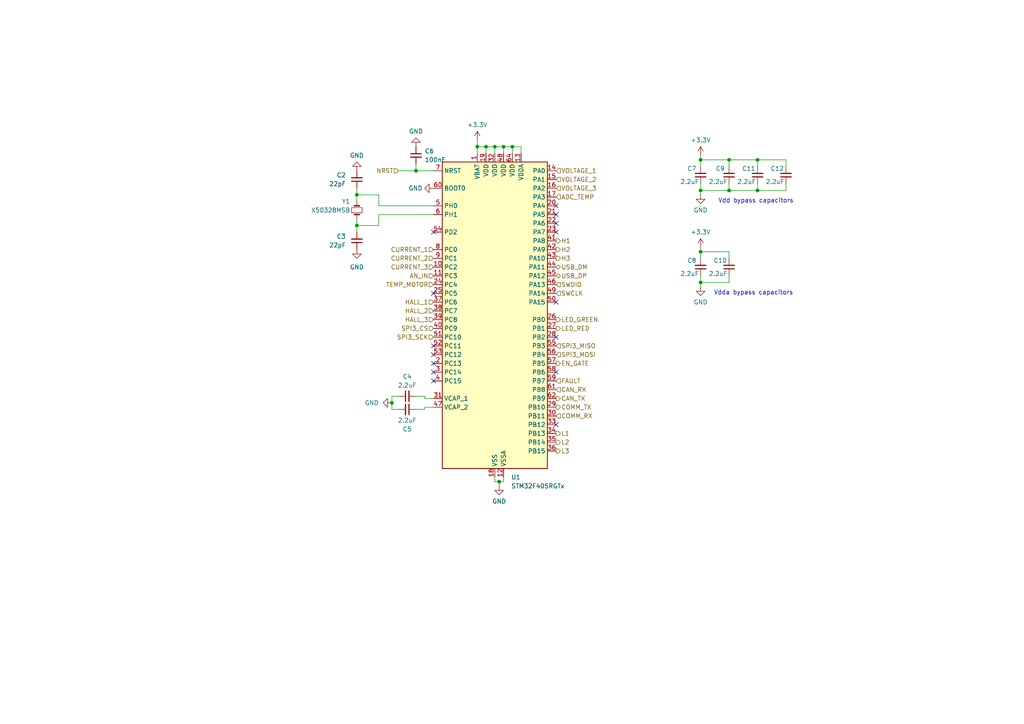
<source format=kicad_sch>
(kicad_sch (version 20230121) (generator eeschema)

  (uuid e6c6191a-a815-41ef-86b4-520a554aaadc)

  (paper "A4")

  (lib_symbols
    (symbol "CustomSymbols:X50328MSB" (pin_numbers hide) (pin_names (offset 1.016) hide) (in_bom yes) (on_board yes)
      (property "Reference" "Y" (at 0 3.81 0)
        (effects (font (size 1.27 1.27)))
      )
      (property "Value" "X50328MSB" (at 0 -2.54 0)
        (effects (font (size 1.27 1.27)))
      )
      (property "Footprint" "" (at 0 0 0)
        (effects (font (size 1.27 1.27)) hide)
      )
      (property "Datasheet" "~" (at 0 0 0)
        (effects (font (size 1.27 1.27)) hide)
      )
      (property "LCSC" "C115962" (at 0 -5.08 0)
        (effects (font (size 1.27 1.27)))
      )
      (property "ki_keywords" "quartz ceramic resonator oscillator" (at 0 0 0)
        (effects (font (size 1.27 1.27)) hide)
      )
      (property "ki_description" "Two pin crystal" (at 0 0 0)
        (effects (font (size 1.27 1.27)) hide)
      )
      (property "ki_fp_filters" "Crystal*" (at 0 0 0)
        (effects (font (size 1.27 1.27)) hide)
      )
      (symbol "X50328MSB_0_1"
        (rectangle (start -0.762 1.524) (end 0.762 -1.524)
          (stroke (width 0) (type default))
          (fill (type none))
        )
        (polyline
          (pts
            (xy -1.27 -0.762)
            (xy -1.27 0.762)
          )
          (stroke (width 0.381) (type default))
          (fill (type none))
        )
        (polyline
          (pts
            (xy 1.27 -0.762)
            (xy 1.27 0.762)
          )
          (stroke (width 0.381) (type default))
          (fill (type none))
        )
      )
      (symbol "X50328MSB_1_1"
        (pin passive line (at -2.54 0 0) (length 1.27)
          (name "1" (effects (font (size 1.27 1.27))))
          (number "1" (effects (font (size 1.27 1.27))))
        )
        (pin passive line (at 2.54 0 180) (length 1.27)
          (name "2" (effects (font (size 1.27 1.27))))
          (number "2" (effects (font (size 1.27 1.27))))
        )
      )
    )
    (symbol "Device:C_Small" (pin_numbers hide) (pin_names (offset 0.254) hide) (in_bom yes) (on_board yes)
      (property "Reference" "C" (at 0.254 1.778 0)
        (effects (font (size 1.27 1.27)) (justify left))
      )
      (property "Value" "C_Small" (at 0.254 -2.032 0)
        (effects (font (size 1.27 1.27)) (justify left))
      )
      (property "Footprint" "" (at 0 0 0)
        (effects (font (size 1.27 1.27)) hide)
      )
      (property "Datasheet" "~" (at 0 0 0)
        (effects (font (size 1.27 1.27)) hide)
      )
      (property "ki_keywords" "capacitor cap" (at 0 0 0)
        (effects (font (size 1.27 1.27)) hide)
      )
      (property "ki_description" "Unpolarized capacitor, small symbol" (at 0 0 0)
        (effects (font (size 1.27 1.27)) hide)
      )
      (property "ki_fp_filters" "C_*" (at 0 0 0)
        (effects (font (size 1.27 1.27)) hide)
      )
      (symbol "C_Small_0_1"
        (polyline
          (pts
            (xy -1.524 -0.508)
            (xy 1.524 -0.508)
          )
          (stroke (width 0.3302) (type default))
          (fill (type none))
        )
        (polyline
          (pts
            (xy -1.524 0.508)
            (xy 1.524 0.508)
          )
          (stroke (width 0.3048) (type default))
          (fill (type none))
        )
      )
      (symbol "C_Small_1_1"
        (pin passive line (at 0 2.54 270) (length 2.032)
          (name "~" (effects (font (size 1.27 1.27))))
          (number "1" (effects (font (size 1.27 1.27))))
        )
        (pin passive line (at 0 -2.54 90) (length 2.032)
          (name "~" (effects (font (size 1.27 1.27))))
          (number "2" (effects (font (size 1.27 1.27))))
        )
      )
    )
    (symbol "MCU_ST_STM32F4:STM32F405RGTx" (in_bom yes) (on_board yes)
      (property "Reference" "U" (at -15.24 46.99 0)
        (effects (font (size 1.27 1.27)) (justify left))
      )
      (property "Value" "STM32F405RGTx" (at 10.16 46.99 0)
        (effects (font (size 1.27 1.27)) (justify left))
      )
      (property "Footprint" "Package_QFP:LQFP-64_10x10mm_P0.5mm" (at -15.24 -43.18 0)
        (effects (font (size 1.27 1.27)) (justify right) hide)
      )
      (property "Datasheet" "https://www.st.com/resource/en/datasheet/stm32f405rg.pdf" (at 0 0 0)
        (effects (font (size 1.27 1.27)) hide)
      )
      (property "ki_locked" "" (at 0 0 0)
        (effects (font (size 1.27 1.27)))
      )
      (property "ki_keywords" "Arm Cortex-M4 STM32F4 STM32F405/415" (at 0 0 0)
        (effects (font (size 1.27 1.27)) hide)
      )
      (property "ki_description" "STMicroelectronics Arm Cortex-M4 MCU, 1024KB flash, 192KB RAM, 168 MHz, 1.8-3.6V, 51 GPIO, LQFP64" (at 0 0 0)
        (effects (font (size 1.27 1.27)) hide)
      )
      (property "ki_fp_filters" "LQFP*10x10mm*P0.5mm*" (at 0 0 0)
        (effects (font (size 1.27 1.27)) hide)
      )
      (symbol "STM32F405RGTx_0_1"
        (rectangle (start -15.24 -43.18) (end 15.24 45.72)
          (stroke (width 0.254) (type default))
          (fill (type background))
        )
      )
      (symbol "STM32F405RGTx_1_1"
        (pin power_in line (at -5.08 48.26 270) (length 2.54)
          (name "VBAT" (effects (font (size 1.27 1.27))))
          (number "1" (effects (font (size 1.27 1.27))))
        )
        (pin bidirectional line (at -17.78 15.24 0) (length 2.54)
          (name "PC2" (effects (font (size 1.27 1.27))))
          (number "10" (effects (font (size 1.27 1.27))))
          (alternate "ADC1_IN12" bidirectional line)
          (alternate "ADC2_IN12" bidirectional line)
          (alternate "ADC3_IN12" bidirectional line)
          (alternate "I2S2_ext_SD" bidirectional line)
          (alternate "SPI2_MISO" bidirectional line)
          (alternate "USB_OTG_HS_ULPI_DIR" bidirectional line)
        )
        (pin bidirectional line (at -17.78 12.7 0) (length 2.54)
          (name "PC3" (effects (font (size 1.27 1.27))))
          (number "11" (effects (font (size 1.27 1.27))))
          (alternate "ADC1_IN13" bidirectional line)
          (alternate "ADC2_IN13" bidirectional line)
          (alternate "ADC3_IN13" bidirectional line)
          (alternate "I2S2_SD" bidirectional line)
          (alternate "SPI2_MOSI" bidirectional line)
          (alternate "USB_OTG_HS_ULPI_NXT" bidirectional line)
        )
        (pin power_in line (at 2.54 -45.72 90) (length 2.54)
          (name "VSSA" (effects (font (size 1.27 1.27))))
          (number "12" (effects (font (size 1.27 1.27))))
        )
        (pin power_in line (at 7.62 48.26 270) (length 2.54)
          (name "VDDA" (effects (font (size 1.27 1.27))))
          (number "13" (effects (font (size 1.27 1.27))))
        )
        (pin bidirectional line (at 17.78 43.18 180) (length 2.54)
          (name "PA0" (effects (font (size 1.27 1.27))))
          (number "14" (effects (font (size 1.27 1.27))))
          (alternate "ADC1_IN0" bidirectional line)
          (alternate "ADC2_IN0" bidirectional line)
          (alternate "ADC3_IN0" bidirectional line)
          (alternate "SYS_WKUP" bidirectional line)
          (alternate "TIM2_CH1" bidirectional line)
          (alternate "TIM2_ETR" bidirectional line)
          (alternate "TIM5_CH1" bidirectional line)
          (alternate "TIM8_ETR" bidirectional line)
          (alternate "UART4_TX" bidirectional line)
          (alternate "USART2_CTS" bidirectional line)
        )
        (pin bidirectional line (at 17.78 40.64 180) (length 2.54)
          (name "PA1" (effects (font (size 1.27 1.27))))
          (number "15" (effects (font (size 1.27 1.27))))
          (alternate "ADC1_IN1" bidirectional line)
          (alternate "ADC2_IN1" bidirectional line)
          (alternate "ADC3_IN1" bidirectional line)
          (alternate "TIM2_CH2" bidirectional line)
          (alternate "TIM5_CH2" bidirectional line)
          (alternate "UART4_RX" bidirectional line)
          (alternate "USART2_RTS" bidirectional line)
        )
        (pin bidirectional line (at 17.78 38.1 180) (length 2.54)
          (name "PA2" (effects (font (size 1.27 1.27))))
          (number "16" (effects (font (size 1.27 1.27))))
          (alternate "ADC1_IN2" bidirectional line)
          (alternate "ADC2_IN2" bidirectional line)
          (alternate "ADC3_IN2" bidirectional line)
          (alternate "TIM2_CH3" bidirectional line)
          (alternate "TIM5_CH3" bidirectional line)
          (alternate "TIM9_CH1" bidirectional line)
          (alternate "USART2_TX" bidirectional line)
        )
        (pin bidirectional line (at 17.78 35.56 180) (length 2.54)
          (name "PA3" (effects (font (size 1.27 1.27))))
          (number "17" (effects (font (size 1.27 1.27))))
          (alternate "ADC1_IN3" bidirectional line)
          (alternate "ADC2_IN3" bidirectional line)
          (alternate "ADC3_IN3" bidirectional line)
          (alternate "TIM2_CH4" bidirectional line)
          (alternate "TIM5_CH4" bidirectional line)
          (alternate "TIM9_CH2" bidirectional line)
          (alternate "USART2_RX" bidirectional line)
          (alternate "USB_OTG_HS_ULPI_D0" bidirectional line)
        )
        (pin power_in line (at 0 -45.72 90) (length 2.54)
          (name "VSS" (effects (font (size 1.27 1.27))))
          (number "18" (effects (font (size 1.27 1.27))))
        )
        (pin power_in line (at -2.54 48.26 270) (length 2.54)
          (name "VDD" (effects (font (size 1.27 1.27))))
          (number "19" (effects (font (size 1.27 1.27))))
        )
        (pin bidirectional line (at -17.78 -12.7 0) (length 2.54)
          (name "PC13" (effects (font (size 1.27 1.27))))
          (number "2" (effects (font (size 1.27 1.27))))
          (alternate "RTC_AF1" bidirectional line)
        )
        (pin bidirectional line (at 17.78 33.02 180) (length 2.54)
          (name "PA4" (effects (font (size 1.27 1.27))))
          (number "20" (effects (font (size 1.27 1.27))))
          (alternate "ADC1_IN4" bidirectional line)
          (alternate "ADC2_IN4" bidirectional line)
          (alternate "DAC_OUT1" bidirectional line)
          (alternate "I2S3_WS" bidirectional line)
          (alternate "SPI1_NSS" bidirectional line)
          (alternate "SPI3_NSS" bidirectional line)
          (alternate "USART2_CK" bidirectional line)
          (alternate "USB_OTG_HS_SOF" bidirectional line)
        )
        (pin bidirectional line (at 17.78 30.48 180) (length 2.54)
          (name "PA5" (effects (font (size 1.27 1.27))))
          (number "21" (effects (font (size 1.27 1.27))))
          (alternate "ADC1_IN5" bidirectional line)
          (alternate "ADC2_IN5" bidirectional line)
          (alternate "DAC_OUT2" bidirectional line)
          (alternate "SPI1_SCK" bidirectional line)
          (alternate "TIM2_CH1" bidirectional line)
          (alternate "TIM2_ETR" bidirectional line)
          (alternate "TIM8_CH1N" bidirectional line)
          (alternate "USB_OTG_HS_ULPI_CK" bidirectional line)
        )
        (pin bidirectional line (at 17.78 27.94 180) (length 2.54)
          (name "PA6" (effects (font (size 1.27 1.27))))
          (number "22" (effects (font (size 1.27 1.27))))
          (alternate "ADC1_IN6" bidirectional line)
          (alternate "ADC2_IN6" bidirectional line)
          (alternate "SPI1_MISO" bidirectional line)
          (alternate "TIM13_CH1" bidirectional line)
          (alternate "TIM1_BKIN" bidirectional line)
          (alternate "TIM3_CH1" bidirectional line)
          (alternate "TIM8_BKIN" bidirectional line)
        )
        (pin bidirectional line (at 17.78 25.4 180) (length 2.54)
          (name "PA7" (effects (font (size 1.27 1.27))))
          (number "23" (effects (font (size 1.27 1.27))))
          (alternate "ADC1_IN7" bidirectional line)
          (alternate "ADC2_IN7" bidirectional line)
          (alternate "SPI1_MOSI" bidirectional line)
          (alternate "TIM14_CH1" bidirectional line)
          (alternate "TIM1_CH1N" bidirectional line)
          (alternate "TIM3_CH2" bidirectional line)
          (alternate "TIM8_CH1N" bidirectional line)
        )
        (pin bidirectional line (at -17.78 10.16 0) (length 2.54)
          (name "PC4" (effects (font (size 1.27 1.27))))
          (number "24" (effects (font (size 1.27 1.27))))
          (alternate "ADC1_IN14" bidirectional line)
          (alternate "ADC2_IN14" bidirectional line)
        )
        (pin bidirectional line (at -17.78 7.62 0) (length 2.54)
          (name "PC5" (effects (font (size 1.27 1.27))))
          (number "25" (effects (font (size 1.27 1.27))))
          (alternate "ADC1_IN15" bidirectional line)
          (alternate "ADC2_IN15" bidirectional line)
        )
        (pin bidirectional line (at 17.78 0 180) (length 2.54)
          (name "PB0" (effects (font (size 1.27 1.27))))
          (number "26" (effects (font (size 1.27 1.27))))
          (alternate "ADC1_IN8" bidirectional line)
          (alternate "ADC2_IN8" bidirectional line)
          (alternate "TIM1_CH2N" bidirectional line)
          (alternate "TIM3_CH3" bidirectional line)
          (alternate "TIM8_CH2N" bidirectional line)
          (alternate "USB_OTG_HS_ULPI_D1" bidirectional line)
        )
        (pin bidirectional line (at 17.78 -2.54 180) (length 2.54)
          (name "PB1" (effects (font (size 1.27 1.27))))
          (number "27" (effects (font (size 1.27 1.27))))
          (alternate "ADC1_IN9" bidirectional line)
          (alternate "ADC2_IN9" bidirectional line)
          (alternate "TIM1_CH3N" bidirectional line)
          (alternate "TIM3_CH4" bidirectional line)
          (alternate "TIM8_CH3N" bidirectional line)
          (alternate "USB_OTG_HS_ULPI_D2" bidirectional line)
        )
        (pin bidirectional line (at 17.78 -5.08 180) (length 2.54)
          (name "PB2" (effects (font (size 1.27 1.27))))
          (number "28" (effects (font (size 1.27 1.27))))
        )
        (pin bidirectional line (at 17.78 -25.4 180) (length 2.54)
          (name "PB10" (effects (font (size 1.27 1.27))))
          (number "29" (effects (font (size 1.27 1.27))))
          (alternate "I2C2_SCL" bidirectional line)
          (alternate "I2S2_CK" bidirectional line)
          (alternate "SPI2_SCK" bidirectional line)
          (alternate "TIM2_CH3" bidirectional line)
          (alternate "USART3_TX" bidirectional line)
          (alternate "USB_OTG_HS_ULPI_D3" bidirectional line)
        )
        (pin bidirectional line (at -17.78 -15.24 0) (length 2.54)
          (name "PC14" (effects (font (size 1.27 1.27))))
          (number "3" (effects (font (size 1.27 1.27))))
          (alternate "RCC_OSC32_IN" bidirectional line)
        )
        (pin bidirectional line (at 17.78 -27.94 180) (length 2.54)
          (name "PB11" (effects (font (size 1.27 1.27))))
          (number "30" (effects (font (size 1.27 1.27))))
          (alternate "ADC1_EXTI11" bidirectional line)
          (alternate "ADC2_EXTI11" bidirectional line)
          (alternate "ADC3_EXTI11" bidirectional line)
          (alternate "I2C2_SDA" bidirectional line)
          (alternate "TIM2_CH4" bidirectional line)
          (alternate "USART3_RX" bidirectional line)
          (alternate "USB_OTG_HS_ULPI_D4" bidirectional line)
        )
        (pin power_out line (at -17.78 -22.86 0) (length 2.54)
          (name "VCAP_1" (effects (font (size 1.27 1.27))))
          (number "31" (effects (font (size 1.27 1.27))))
        )
        (pin power_in line (at 0 48.26 270) (length 2.54)
          (name "VDD" (effects (font (size 1.27 1.27))))
          (number "32" (effects (font (size 1.27 1.27))))
        )
        (pin bidirectional line (at 17.78 -30.48 180) (length 2.54)
          (name "PB12" (effects (font (size 1.27 1.27))))
          (number "33" (effects (font (size 1.27 1.27))))
          (alternate "CAN2_RX" bidirectional line)
          (alternate "I2C2_SMBA" bidirectional line)
          (alternate "I2S2_WS" bidirectional line)
          (alternate "SPI2_NSS" bidirectional line)
          (alternate "TIM1_BKIN" bidirectional line)
          (alternate "USART3_CK" bidirectional line)
          (alternate "USB_OTG_HS_ID" bidirectional line)
          (alternate "USB_OTG_HS_ULPI_D5" bidirectional line)
        )
        (pin bidirectional line (at 17.78 -33.02 180) (length 2.54)
          (name "PB13" (effects (font (size 1.27 1.27))))
          (number "34" (effects (font (size 1.27 1.27))))
          (alternate "CAN2_TX" bidirectional line)
          (alternate "I2S2_CK" bidirectional line)
          (alternate "SPI2_SCK" bidirectional line)
          (alternate "TIM1_CH1N" bidirectional line)
          (alternate "USART3_CTS" bidirectional line)
          (alternate "USB_OTG_HS_ULPI_D6" bidirectional line)
          (alternate "USB_OTG_HS_VBUS" bidirectional line)
        )
        (pin bidirectional line (at 17.78 -35.56 180) (length 2.54)
          (name "PB14" (effects (font (size 1.27 1.27))))
          (number "35" (effects (font (size 1.27 1.27))))
          (alternate "I2S2_ext_SD" bidirectional line)
          (alternate "SPI2_MISO" bidirectional line)
          (alternate "TIM12_CH1" bidirectional line)
          (alternate "TIM1_CH2N" bidirectional line)
          (alternate "TIM8_CH2N" bidirectional line)
          (alternate "USART3_RTS" bidirectional line)
          (alternate "USB_OTG_HS_DM" bidirectional line)
        )
        (pin bidirectional line (at 17.78 -38.1 180) (length 2.54)
          (name "PB15" (effects (font (size 1.27 1.27))))
          (number "36" (effects (font (size 1.27 1.27))))
          (alternate "ADC1_EXTI15" bidirectional line)
          (alternate "ADC2_EXTI15" bidirectional line)
          (alternate "ADC3_EXTI15" bidirectional line)
          (alternate "I2S2_SD" bidirectional line)
          (alternate "RTC_REFIN" bidirectional line)
          (alternate "SPI2_MOSI" bidirectional line)
          (alternate "TIM12_CH2" bidirectional line)
          (alternate "TIM1_CH3N" bidirectional line)
          (alternate "TIM8_CH3N" bidirectional line)
          (alternate "USB_OTG_HS_DP" bidirectional line)
        )
        (pin bidirectional line (at -17.78 5.08 0) (length 2.54)
          (name "PC6" (effects (font (size 1.27 1.27))))
          (number "37" (effects (font (size 1.27 1.27))))
          (alternate "I2S2_MCK" bidirectional line)
          (alternate "SDIO_D6" bidirectional line)
          (alternate "TIM3_CH1" bidirectional line)
          (alternate "TIM8_CH1" bidirectional line)
          (alternate "USART6_TX" bidirectional line)
        )
        (pin bidirectional line (at -17.78 2.54 0) (length 2.54)
          (name "PC7" (effects (font (size 1.27 1.27))))
          (number "38" (effects (font (size 1.27 1.27))))
          (alternate "I2S3_MCK" bidirectional line)
          (alternate "SDIO_D7" bidirectional line)
          (alternate "TIM3_CH2" bidirectional line)
          (alternate "TIM8_CH2" bidirectional line)
          (alternate "USART6_RX" bidirectional line)
        )
        (pin bidirectional line (at -17.78 0 0) (length 2.54)
          (name "PC8" (effects (font (size 1.27 1.27))))
          (number "39" (effects (font (size 1.27 1.27))))
          (alternate "SDIO_D0" bidirectional line)
          (alternate "TIM3_CH3" bidirectional line)
          (alternate "TIM8_CH3" bidirectional line)
          (alternate "USART6_CK" bidirectional line)
        )
        (pin bidirectional line (at -17.78 -17.78 0) (length 2.54)
          (name "PC15" (effects (font (size 1.27 1.27))))
          (number "4" (effects (font (size 1.27 1.27))))
          (alternate "ADC1_EXTI15" bidirectional line)
          (alternate "ADC2_EXTI15" bidirectional line)
          (alternate "ADC3_EXTI15" bidirectional line)
          (alternate "RCC_OSC32_OUT" bidirectional line)
        )
        (pin bidirectional line (at -17.78 -2.54 0) (length 2.54)
          (name "PC9" (effects (font (size 1.27 1.27))))
          (number "40" (effects (font (size 1.27 1.27))))
          (alternate "DAC_EXTI9" bidirectional line)
          (alternate "I2C3_SDA" bidirectional line)
          (alternate "I2S_CKIN" bidirectional line)
          (alternate "RCC_MCO_2" bidirectional line)
          (alternate "SDIO_D1" bidirectional line)
          (alternate "TIM3_CH4" bidirectional line)
          (alternate "TIM8_CH4" bidirectional line)
        )
        (pin bidirectional line (at 17.78 22.86 180) (length 2.54)
          (name "PA8" (effects (font (size 1.27 1.27))))
          (number "41" (effects (font (size 1.27 1.27))))
          (alternate "I2C3_SCL" bidirectional line)
          (alternate "RCC_MCO_1" bidirectional line)
          (alternate "TIM1_CH1" bidirectional line)
          (alternate "USART1_CK" bidirectional line)
          (alternate "USB_OTG_FS_SOF" bidirectional line)
        )
        (pin bidirectional line (at 17.78 20.32 180) (length 2.54)
          (name "PA9" (effects (font (size 1.27 1.27))))
          (number "42" (effects (font (size 1.27 1.27))))
          (alternate "DAC_EXTI9" bidirectional line)
          (alternate "I2C3_SMBA" bidirectional line)
          (alternate "TIM1_CH2" bidirectional line)
          (alternate "USART1_TX" bidirectional line)
          (alternate "USB_OTG_FS_VBUS" bidirectional line)
        )
        (pin bidirectional line (at 17.78 17.78 180) (length 2.54)
          (name "PA10" (effects (font (size 1.27 1.27))))
          (number "43" (effects (font (size 1.27 1.27))))
          (alternate "TIM1_CH3" bidirectional line)
          (alternate "USART1_RX" bidirectional line)
          (alternate "USB_OTG_FS_ID" bidirectional line)
        )
        (pin bidirectional line (at 17.78 15.24 180) (length 2.54)
          (name "PA11" (effects (font (size 1.27 1.27))))
          (number "44" (effects (font (size 1.27 1.27))))
          (alternate "ADC1_EXTI11" bidirectional line)
          (alternate "ADC2_EXTI11" bidirectional line)
          (alternate "ADC3_EXTI11" bidirectional line)
          (alternate "CAN1_RX" bidirectional line)
          (alternate "TIM1_CH4" bidirectional line)
          (alternate "USART1_CTS" bidirectional line)
          (alternate "USB_OTG_FS_DM" bidirectional line)
        )
        (pin bidirectional line (at 17.78 12.7 180) (length 2.54)
          (name "PA12" (effects (font (size 1.27 1.27))))
          (number "45" (effects (font (size 1.27 1.27))))
          (alternate "CAN1_TX" bidirectional line)
          (alternate "TIM1_ETR" bidirectional line)
          (alternate "USART1_RTS" bidirectional line)
          (alternate "USB_OTG_FS_DP" bidirectional line)
        )
        (pin bidirectional line (at 17.78 10.16 180) (length 2.54)
          (name "PA13" (effects (font (size 1.27 1.27))))
          (number "46" (effects (font (size 1.27 1.27))))
          (alternate "SYS_JTMS-SWDIO" bidirectional line)
        )
        (pin power_out line (at -17.78 -25.4 0) (length 2.54)
          (name "VCAP_2" (effects (font (size 1.27 1.27))))
          (number "47" (effects (font (size 1.27 1.27))))
        )
        (pin power_in line (at 2.54 48.26 270) (length 2.54)
          (name "VDD" (effects (font (size 1.27 1.27))))
          (number "48" (effects (font (size 1.27 1.27))))
        )
        (pin bidirectional line (at 17.78 7.62 180) (length 2.54)
          (name "PA14" (effects (font (size 1.27 1.27))))
          (number "49" (effects (font (size 1.27 1.27))))
          (alternate "SYS_JTCK-SWCLK" bidirectional line)
        )
        (pin bidirectional line (at -17.78 33.02 0) (length 2.54)
          (name "PH0" (effects (font (size 1.27 1.27))))
          (number "5" (effects (font (size 1.27 1.27))))
          (alternate "RCC_OSC_IN" bidirectional line)
        )
        (pin bidirectional line (at 17.78 5.08 180) (length 2.54)
          (name "PA15" (effects (font (size 1.27 1.27))))
          (number "50" (effects (font (size 1.27 1.27))))
          (alternate "ADC1_EXTI15" bidirectional line)
          (alternate "ADC2_EXTI15" bidirectional line)
          (alternate "ADC3_EXTI15" bidirectional line)
          (alternate "I2S3_WS" bidirectional line)
          (alternate "SPI1_NSS" bidirectional line)
          (alternate "SPI3_NSS" bidirectional line)
          (alternate "SYS_JTDI" bidirectional line)
          (alternate "TIM2_CH1" bidirectional line)
          (alternate "TIM2_ETR" bidirectional line)
        )
        (pin bidirectional line (at -17.78 -5.08 0) (length 2.54)
          (name "PC10" (effects (font (size 1.27 1.27))))
          (number "51" (effects (font (size 1.27 1.27))))
          (alternate "I2S3_CK" bidirectional line)
          (alternate "SDIO_D2" bidirectional line)
          (alternate "SPI3_SCK" bidirectional line)
          (alternate "UART4_TX" bidirectional line)
          (alternate "USART3_TX" bidirectional line)
        )
        (pin bidirectional line (at -17.78 -7.62 0) (length 2.54)
          (name "PC11" (effects (font (size 1.27 1.27))))
          (number "52" (effects (font (size 1.27 1.27))))
          (alternate "ADC1_EXTI11" bidirectional line)
          (alternate "ADC2_EXTI11" bidirectional line)
          (alternate "ADC3_EXTI11" bidirectional line)
          (alternate "I2S3_ext_SD" bidirectional line)
          (alternate "SDIO_D3" bidirectional line)
          (alternate "SPI3_MISO" bidirectional line)
          (alternate "UART4_RX" bidirectional line)
          (alternate "USART3_RX" bidirectional line)
        )
        (pin bidirectional line (at -17.78 -10.16 0) (length 2.54)
          (name "PC12" (effects (font (size 1.27 1.27))))
          (number "53" (effects (font (size 1.27 1.27))))
          (alternate "I2S3_SD" bidirectional line)
          (alternate "SDIO_CK" bidirectional line)
          (alternate "SPI3_MOSI" bidirectional line)
          (alternate "UART5_TX" bidirectional line)
          (alternate "USART3_CK" bidirectional line)
        )
        (pin bidirectional line (at -17.78 25.4 0) (length 2.54)
          (name "PD2" (effects (font (size 1.27 1.27))))
          (number "54" (effects (font (size 1.27 1.27))))
          (alternate "SDIO_CMD" bidirectional line)
          (alternate "TIM3_ETR" bidirectional line)
          (alternate "UART5_RX" bidirectional line)
        )
        (pin bidirectional line (at 17.78 -7.62 180) (length 2.54)
          (name "PB3" (effects (font (size 1.27 1.27))))
          (number "55" (effects (font (size 1.27 1.27))))
          (alternate "I2S3_CK" bidirectional line)
          (alternate "SPI1_SCK" bidirectional line)
          (alternate "SPI3_SCK" bidirectional line)
          (alternate "SYS_JTDO-SWO" bidirectional line)
          (alternate "TIM2_CH2" bidirectional line)
        )
        (pin bidirectional line (at 17.78 -10.16 180) (length 2.54)
          (name "PB4" (effects (font (size 1.27 1.27))))
          (number "56" (effects (font (size 1.27 1.27))))
          (alternate "I2S3_ext_SD" bidirectional line)
          (alternate "SPI1_MISO" bidirectional line)
          (alternate "SPI3_MISO" bidirectional line)
          (alternate "SYS_JTRST" bidirectional line)
          (alternate "TIM3_CH1" bidirectional line)
        )
        (pin bidirectional line (at 17.78 -12.7 180) (length 2.54)
          (name "PB5" (effects (font (size 1.27 1.27))))
          (number "57" (effects (font (size 1.27 1.27))))
          (alternate "CAN2_RX" bidirectional line)
          (alternate "I2C1_SMBA" bidirectional line)
          (alternate "I2S3_SD" bidirectional line)
          (alternate "SPI1_MOSI" bidirectional line)
          (alternate "SPI3_MOSI" bidirectional line)
          (alternate "TIM3_CH2" bidirectional line)
          (alternate "USB_OTG_HS_ULPI_D7" bidirectional line)
        )
        (pin bidirectional line (at 17.78 -15.24 180) (length 2.54)
          (name "PB6" (effects (font (size 1.27 1.27))))
          (number "58" (effects (font (size 1.27 1.27))))
          (alternate "CAN2_TX" bidirectional line)
          (alternate "I2C1_SCL" bidirectional line)
          (alternate "TIM4_CH1" bidirectional line)
          (alternate "USART1_TX" bidirectional line)
        )
        (pin bidirectional line (at 17.78 -17.78 180) (length 2.54)
          (name "PB7" (effects (font (size 1.27 1.27))))
          (number "59" (effects (font (size 1.27 1.27))))
          (alternate "I2C1_SDA" bidirectional line)
          (alternate "TIM4_CH2" bidirectional line)
          (alternate "USART1_RX" bidirectional line)
        )
        (pin bidirectional line (at -17.78 30.48 0) (length 2.54)
          (name "PH1" (effects (font (size 1.27 1.27))))
          (number "6" (effects (font (size 1.27 1.27))))
          (alternate "RCC_OSC_OUT" bidirectional line)
        )
        (pin input line (at -17.78 38.1 0) (length 2.54)
          (name "BOOT0" (effects (font (size 1.27 1.27))))
          (number "60" (effects (font (size 1.27 1.27))))
        )
        (pin bidirectional line (at 17.78 -20.32 180) (length 2.54)
          (name "PB8" (effects (font (size 1.27 1.27))))
          (number "61" (effects (font (size 1.27 1.27))))
          (alternate "CAN1_RX" bidirectional line)
          (alternate "I2C1_SCL" bidirectional line)
          (alternate "SDIO_D4" bidirectional line)
          (alternate "TIM10_CH1" bidirectional line)
          (alternate "TIM4_CH3" bidirectional line)
        )
        (pin bidirectional line (at 17.78 -22.86 180) (length 2.54)
          (name "PB9" (effects (font (size 1.27 1.27))))
          (number "62" (effects (font (size 1.27 1.27))))
          (alternate "CAN1_TX" bidirectional line)
          (alternate "DAC_EXTI9" bidirectional line)
          (alternate "I2C1_SDA" bidirectional line)
          (alternate "I2S2_WS" bidirectional line)
          (alternate "SDIO_D5" bidirectional line)
          (alternate "SPI2_NSS" bidirectional line)
          (alternate "TIM11_CH1" bidirectional line)
          (alternate "TIM4_CH4" bidirectional line)
        )
        (pin passive line (at 0 -45.72 90) (length 2.54) hide
          (name "VSS" (effects (font (size 1.27 1.27))))
          (number "63" (effects (font (size 1.27 1.27))))
        )
        (pin power_in line (at 5.08 48.26 270) (length 2.54)
          (name "VDD" (effects (font (size 1.27 1.27))))
          (number "64" (effects (font (size 1.27 1.27))))
        )
        (pin input line (at -17.78 43.18 0) (length 2.54)
          (name "NRST" (effects (font (size 1.27 1.27))))
          (number "7" (effects (font (size 1.27 1.27))))
        )
        (pin bidirectional line (at -17.78 20.32 0) (length 2.54)
          (name "PC0" (effects (font (size 1.27 1.27))))
          (number "8" (effects (font (size 1.27 1.27))))
          (alternate "ADC1_IN10" bidirectional line)
          (alternate "ADC2_IN10" bidirectional line)
          (alternate "ADC3_IN10" bidirectional line)
          (alternate "USB_OTG_HS_ULPI_STP" bidirectional line)
        )
        (pin bidirectional line (at -17.78 17.78 0) (length 2.54)
          (name "PC1" (effects (font (size 1.27 1.27))))
          (number "9" (effects (font (size 1.27 1.27))))
          (alternate "ADC1_IN11" bidirectional line)
          (alternate "ADC2_IN11" bidirectional line)
          (alternate "ADC3_IN11" bidirectional line)
        )
      )
    )
    (symbol "power:+3.3V" (power) (pin_names (offset 0)) (in_bom yes) (on_board yes)
      (property "Reference" "#PWR" (at 0 -3.81 0)
        (effects (font (size 1.27 1.27)) hide)
      )
      (property "Value" "+3.3V" (at 0 3.556 0)
        (effects (font (size 1.27 1.27)))
      )
      (property "Footprint" "" (at 0 0 0)
        (effects (font (size 1.27 1.27)) hide)
      )
      (property "Datasheet" "" (at 0 0 0)
        (effects (font (size 1.27 1.27)) hide)
      )
      (property "ki_keywords" "global power" (at 0 0 0)
        (effects (font (size 1.27 1.27)) hide)
      )
      (property "ki_description" "Power symbol creates a global label with name \"+3.3V\"" (at 0 0 0)
        (effects (font (size 1.27 1.27)) hide)
      )
      (symbol "+3.3V_0_1"
        (polyline
          (pts
            (xy -0.762 1.27)
            (xy 0 2.54)
          )
          (stroke (width 0) (type default))
          (fill (type none))
        )
        (polyline
          (pts
            (xy 0 0)
            (xy 0 2.54)
          )
          (stroke (width 0) (type default))
          (fill (type none))
        )
        (polyline
          (pts
            (xy 0 2.54)
            (xy 0.762 1.27)
          )
          (stroke (width 0) (type default))
          (fill (type none))
        )
      )
      (symbol "+3.3V_1_1"
        (pin power_in line (at 0 0 90) (length 0) hide
          (name "+3.3V" (effects (font (size 1.27 1.27))))
          (number "1" (effects (font (size 1.27 1.27))))
        )
      )
    )
    (symbol "power:GND" (power) (pin_names (offset 0)) (in_bom yes) (on_board yes)
      (property "Reference" "#PWR" (at 0 -6.35 0)
        (effects (font (size 1.27 1.27)) hide)
      )
      (property "Value" "GND" (at 0 -3.81 0)
        (effects (font (size 1.27 1.27)))
      )
      (property "Footprint" "" (at 0 0 0)
        (effects (font (size 1.27 1.27)) hide)
      )
      (property "Datasheet" "" (at 0 0 0)
        (effects (font (size 1.27 1.27)) hide)
      )
      (property "ki_keywords" "global power" (at 0 0 0)
        (effects (font (size 1.27 1.27)) hide)
      )
      (property "ki_description" "Power symbol creates a global label with name \"GND\" , ground" (at 0 0 0)
        (effects (font (size 1.27 1.27)) hide)
      )
      (symbol "GND_0_1"
        (polyline
          (pts
            (xy 0 0)
            (xy 0 -1.27)
            (xy 1.27 -1.27)
            (xy 0 -2.54)
            (xy -1.27 -1.27)
            (xy 0 -1.27)
          )
          (stroke (width 0) (type default))
          (fill (type none))
        )
      )
      (symbol "GND_1_1"
        (pin power_in line (at 0 0 270) (length 0) hide
          (name "GND" (effects (font (size 1.27 1.27))))
          (number "1" (effects (font (size 1.27 1.27))))
        )
      )
    )
  )

  (junction (at 144.78 139.7) (diameter 0) (color 0 0 0 0)
    (uuid 0626e3f8-3d8d-4ec1-9fd2-d0082acbcbc3)
  )
  (junction (at 203.2 81.915) (diameter 0) (color 0 0 0 0)
    (uuid 37aba532-e87d-4b55-8f8b-c7e2dff308aa)
  )
  (junction (at 148.59 42.545) (diameter 0) (color 0 0 0 0)
    (uuid 395cea99-f41f-48fa-a624-c80b949017dc)
  )
  (junction (at 120.65 49.53) (diameter 0) (color 0 0 0 0)
    (uuid 3e249183-3c82-471a-a433-f232947c60f0)
  )
  (junction (at 203.2 46.355) (diameter 0) (color 0 0 0 0)
    (uuid 44918f75-af66-49b7-a137-629427fedcb1)
  )
  (junction (at 143.51 42.545) (diameter 0) (color 0 0 0 0)
    (uuid 4513923e-bab1-41c6-8d78-82438d256951)
  )
  (junction (at 138.43 42.545) (diameter 0) (color 0 0 0 0)
    (uuid 61674551-271c-4721-bc67-6605a99a5b7c)
  )
  (junction (at 211.455 46.355) (diameter 0) (color 0 0 0 0)
    (uuid 6b7270fb-6590-4ea5-a224-0e522c9e9a85)
  )
  (junction (at 146.05 42.545) (diameter 0) (color 0 0 0 0)
    (uuid 6d153c7d-b176-4495-8a51-5b882408dc02)
  )
  (junction (at 211.455 55.245) (diameter 0) (color 0 0 0 0)
    (uuid 6ed925c3-1f17-4982-a43a-4eba5fdb77bb)
  )
  (junction (at 103.505 56.515) (diameter 0) (color 0 0 0 0)
    (uuid 80b85a22-7ba5-4b2b-93af-fc69a04c59b3)
  )
  (junction (at 219.71 46.355) (diameter 0) (color 0 0 0 0)
    (uuid 8c59ecf3-79d4-44e5-9a4b-0b1243e09bef)
  )
  (junction (at 103.505 65.405) (diameter 0) (color 0 0 0 0)
    (uuid 8f237249-9c1e-47b1-af63-9d087a1070b8)
  )
  (junction (at 140.97 42.545) (diameter 0) (color 0 0 0 0)
    (uuid e3fdf324-f5d9-4694-a806-fd7f9e2d08fe)
  )
  (junction (at 203.2 73.025) (diameter 0) (color 0 0 0 0)
    (uuid f3f3562d-84f9-4e3a-bec3-643d0152dd81)
  )
  (junction (at 203.2 55.245) (diameter 0) (color 0 0 0 0)
    (uuid f44ad284-c0b7-411b-8041-e484b0f4908d)
  )
  (junction (at 219.71 55.245) (diameter 0) (color 0 0 0 0)
    (uuid fa8a77de-d81b-4ab5-aa17-9eacd59649a3)
  )
  (junction (at 113.665 116.84) (diameter 0) (color 0 0 0 0)
    (uuid fd3f4eeb-bc81-4b59-b9cc-05ce8f965352)
  )

  (no_connect (at 161.29 64.77) (uuid 12fdeef1-e31a-4543-851c-b75d9088addc))
  (no_connect (at 125.73 105.41) (uuid 1ab0aa1e-0f28-46be-8b39-aaa4d2a39c8d))
  (no_connect (at 125.73 102.87) (uuid 1dd006ef-27e9-41e5-946f-a2ad5a223075))
  (no_connect (at 161.29 97.79) (uuid 7252ca3e-e449-4fec-b12c-8e504dac31aa))
  (no_connect (at 161.29 59.69) (uuid 7374060d-6cb1-4e6f-9e2e-7e46f40d749e))
  (no_connect (at 161.29 87.63) (uuid 776a1261-8c23-4500-8e46-a3712638aeca))
  (no_connect (at 125.73 85.09) (uuid 7ee92502-3710-49a9-8f47-0a21686e5e7a))
  (no_connect (at 125.73 110.49) (uuid 835d757e-684c-47bd-b13d-0d8fc7df5262))
  (no_connect (at 125.73 100.33) (uuid 88fd6ffe-e818-4ebd-8e2c-fd6ed08a2d26))
  (no_connect (at 125.73 107.95) (uuid 8c3bec90-9470-4863-aae3-ac3a945737d2))
  (no_connect (at 161.29 123.19) (uuid 9f1c178c-69ff-4bd3-a115-2f1d6656f39d))
  (no_connect (at 161.29 62.23) (uuid bff5590b-323e-4105-895f-1f9b64134a2b))
  (no_connect (at 161.29 107.95) (uuid cbc67f3b-fca5-4942-8b9b-73316775137b))
  (no_connect (at 161.29 67.31) (uuid d601a4a8-868a-4be0-bb25-097e9091bd29))
  (no_connect (at 125.73 67.31) (uuid e810f78e-6b87-4790-8756-8c16a15d34b1))

  (wire (pts (xy 144.78 139.7) (xy 144.78 140.97))
    (stroke (width 0) (type default))
    (uuid 014a5b0d-bc05-495c-a082-1404545dc202)
  )
  (wire (pts (xy 219.71 46.355) (xy 227.965 46.355))
    (stroke (width 0) (type default))
    (uuid 014c9c5a-72ca-46f9-9e66-6d782f192a4f)
  )
  (wire (pts (xy 125.73 49.53) (xy 120.65 49.53))
    (stroke (width 0) (type default))
    (uuid 01891abc-21d7-4571-ad00-8ca657921398)
  )
  (wire (pts (xy 203.2 46.355) (xy 211.455 46.355))
    (stroke (width 0) (type default))
    (uuid 0583783d-8730-40a0-be6d-a08811bec977)
  )
  (wire (pts (xy 203.2 71.755) (xy 203.2 73.025))
    (stroke (width 0) (type default))
    (uuid 08b4baae-1985-469b-bde7-768308154ccc)
  )
  (wire (pts (xy 125.73 62.23) (xy 109.855 62.23))
    (stroke (width 0) (type default))
    (uuid 0ac8322e-4e3e-4f13-bb13-77ad339a9d3d)
  )
  (wire (pts (xy 113.665 116.84) (xy 113.665 118.745))
    (stroke (width 0) (type default))
    (uuid 0e921a77-948f-4524-9512-4b6707200a08)
  )
  (wire (pts (xy 103.505 65.405) (xy 103.505 67.31))
    (stroke (width 0) (type default))
    (uuid 103add4f-ee38-4cbc-abbb-a3e785151321)
  )
  (wire (pts (xy 219.71 53.34) (xy 219.71 55.245))
    (stroke (width 0) (type default))
    (uuid 11de9f7d-1cab-4add-9f9a-9b0ded9c6e08)
  )
  (wire (pts (xy 203.2 55.245) (xy 203.2 56.515))
    (stroke (width 0) (type default))
    (uuid 122185b9-2017-4552-bbcf-8380a9af8889)
  )
  (wire (pts (xy 115.57 49.53) (xy 120.65 49.53))
    (stroke (width 0) (type default))
    (uuid 181cc17e-b278-4466-a858-11edb41c9a06)
  )
  (wire (pts (xy 203.2 80.01) (xy 203.2 81.915))
    (stroke (width 0) (type default))
    (uuid 1bdb82ee-c7fa-48b3-ab7c-92e9dd96db4d)
  )
  (wire (pts (xy 203.2 74.93) (xy 203.2 73.025))
    (stroke (width 0) (type default))
    (uuid 1c3cf76a-6272-434d-978c-3594e7281222)
  )
  (wire (pts (xy 109.855 59.69) (xy 109.855 56.515))
    (stroke (width 0) (type default))
    (uuid 213229ce-2622-4180-9961-dd564681d0cb)
  )
  (wire (pts (xy 203.2 81.915) (xy 203.2 83.185))
    (stroke (width 0) (type default))
    (uuid 302634ff-8c0d-4ef5-8674-da2310dd0fc3)
  )
  (wire (pts (xy 123.19 118.11) (xy 125.73 118.11))
    (stroke (width 0) (type default))
    (uuid 3562473e-ada0-46de-b1e2-d7baa31f53e9)
  )
  (wire (pts (xy 123.19 114.935) (xy 120.65 114.935))
    (stroke (width 0) (type default))
    (uuid 3914641a-7b4d-442b-9244-0c5d98fee5ac)
  )
  (wire (pts (xy 146.05 139.7) (xy 144.78 139.7))
    (stroke (width 0) (type default))
    (uuid 3971f012-f5e5-427c-aad8-0c38c01286ea)
  )
  (wire (pts (xy 148.59 42.545) (xy 148.59 44.45))
    (stroke (width 0) (type default))
    (uuid 39b158a8-84cb-45be-9295-7fa8ccd4811d)
  )
  (wire (pts (xy 115.57 114.935) (xy 113.665 114.935))
    (stroke (width 0) (type default))
    (uuid 3df56095-c1b9-45db-a654-b1d9d266fd14)
  )
  (wire (pts (xy 227.965 55.245) (xy 227.965 53.34))
    (stroke (width 0) (type default))
    (uuid 4684163b-8388-4067-8ce0-6ae77ac87dab)
  )
  (wire (pts (xy 211.455 55.245) (xy 219.71 55.245))
    (stroke (width 0) (type default))
    (uuid 519a9bac-8858-4583-be94-783331529de7)
  )
  (wire (pts (xy 211.455 73.025) (xy 211.455 74.93))
    (stroke (width 0) (type default))
    (uuid 54d6f8ed-81ed-4de7-959a-303daab538d8)
  )
  (wire (pts (xy 120.65 118.745) (xy 123.19 118.745))
    (stroke (width 0) (type default))
    (uuid 551473b3-c295-4d8f-b3b5-32340a8fc6c1)
  )
  (wire (pts (xy 203.2 73.025) (xy 211.455 73.025))
    (stroke (width 0) (type default))
    (uuid 5a404cf0-c018-47b0-9d54-2dd02d4e1854)
  )
  (wire (pts (xy 146.05 42.545) (xy 146.05 44.45))
    (stroke (width 0) (type default))
    (uuid 5bf982e7-48cc-4508-a5da-e824d43a9324)
  )
  (wire (pts (xy 113.665 118.745) (xy 115.57 118.745))
    (stroke (width 0) (type default))
    (uuid 5ce4abb8-77a1-42a1-9a6c-4752522ddc49)
  )
  (wire (pts (xy 138.43 42.545) (xy 138.43 44.45))
    (stroke (width 0) (type default))
    (uuid 626e3720-04d0-4343-8f4f-71886820e4d8)
  )
  (wire (pts (xy 125.73 59.69) (xy 109.855 59.69))
    (stroke (width 0) (type default))
    (uuid 66e23291-f13b-4a6d-b9a2-ed9445c60346)
  )
  (wire (pts (xy 203.2 81.915) (xy 211.455 81.915))
    (stroke (width 0) (type default))
    (uuid 69a1a766-e81d-431e-9ab8-22e658428ca5)
  )
  (wire (pts (xy 103.505 54.61) (xy 103.505 56.515))
    (stroke (width 0) (type default))
    (uuid 6bfa8581-0b38-46ab-8706-104230afd9fa)
  )
  (wire (pts (xy 140.97 42.545) (xy 140.97 44.45))
    (stroke (width 0) (type default))
    (uuid 6fe6d70f-4e8d-4a43-8161-a56e64f1848d)
  )
  (wire (pts (xy 227.965 46.355) (xy 227.965 48.26))
    (stroke (width 0) (type default))
    (uuid 74680220-d542-4e8b-ac8f-88ae6990861d)
  )
  (wire (pts (xy 140.97 42.545) (xy 143.51 42.545))
    (stroke (width 0) (type default))
    (uuid 76d82aa3-561a-4020-9c02-3456aab4a8d7)
  )
  (wire (pts (xy 151.13 42.545) (xy 151.13 44.45))
    (stroke (width 0) (type default))
    (uuid 77eea90b-54a9-4780-bdbc-56e39e48e673)
  )
  (wire (pts (xy 103.505 65.405) (xy 103.505 63.5))
    (stroke (width 0) (type default))
    (uuid 7ca8bb0b-ca10-4996-94d3-9d811c16682b)
  )
  (wire (pts (xy 219.71 55.245) (xy 227.965 55.245))
    (stroke (width 0) (type default))
    (uuid 7ee9733f-5f74-4767-977b-13d50e3c2b52)
  )
  (wire (pts (xy 203.2 55.245) (xy 211.455 55.245))
    (stroke (width 0) (type default))
    (uuid 96592bfd-9e86-48f7-9987-5175b43cd9e5)
  )
  (wire (pts (xy 211.455 80.01) (xy 211.455 81.915))
    (stroke (width 0) (type default))
    (uuid 98997d9f-6914-4272-a835-8280a488e996)
  )
  (wire (pts (xy 123.19 115.57) (xy 123.19 114.935))
    (stroke (width 0) (type default))
    (uuid 99d2ae13-6770-43d5-b577-bed75799a58f)
  )
  (wire (pts (xy 146.05 42.545) (xy 148.59 42.545))
    (stroke (width 0) (type default))
    (uuid 9a770d47-81e5-414d-9106-83a19aa5d803)
  )
  (wire (pts (xy 143.51 42.545) (xy 143.51 44.45))
    (stroke (width 0) (type default))
    (uuid 9b5ede65-3dd5-406a-b4fd-41ac5f9baef3)
  )
  (wire (pts (xy 123.19 118.745) (xy 123.19 118.11))
    (stroke (width 0) (type default))
    (uuid a060e9b0-608a-4cd8-bf2b-26a94f698bd8)
  )
  (wire (pts (xy 103.505 56.515) (xy 103.505 58.42))
    (stroke (width 0) (type default))
    (uuid a2878096-16a8-4ea5-9b7e-e20ac9e33c0c)
  )
  (wire (pts (xy 219.71 46.355) (xy 219.71 48.26))
    (stroke (width 0) (type default))
    (uuid a8d6a773-2503-4d25-86e7-3d8adc3f2de7)
  )
  (wire (pts (xy 138.43 40.64) (xy 138.43 42.545))
    (stroke (width 0) (type default))
    (uuid acca6801-a6be-438a-839b-54a5a71bc27f)
  )
  (wire (pts (xy 203.2 45.085) (xy 203.2 46.355))
    (stroke (width 0) (type default))
    (uuid b21c2aec-861c-4961-916e-f75347f9b121)
  )
  (wire (pts (xy 211.455 46.355) (xy 211.455 48.26))
    (stroke (width 0) (type default))
    (uuid c1c329e8-000a-4d6d-8207-ca98df86b1d9)
  )
  (wire (pts (xy 146.05 138.43) (xy 146.05 139.7))
    (stroke (width 0) (type default))
    (uuid c6323ee6-298a-4188-b13a-072662ca1f60)
  )
  (wire (pts (xy 203.2 48.26) (xy 203.2 46.355))
    (stroke (width 0) (type default))
    (uuid c793db74-9425-4c1d-811c-187db162dab7)
  )
  (wire (pts (xy 143.51 138.43) (xy 143.51 139.7))
    (stroke (width 0) (type default))
    (uuid cb5bfe89-346b-40c4-91bb-c539ac4deed0)
  )
  (wire (pts (xy 120.65 49.53) (xy 120.65 47.625))
    (stroke (width 0) (type default))
    (uuid cfd45f5e-0151-49bf-af50-4c0954f39793)
  )
  (wire (pts (xy 138.43 42.545) (xy 140.97 42.545))
    (stroke (width 0) (type default))
    (uuid d20c88c5-a978-458e-9098-f3555216090d)
  )
  (wire (pts (xy 203.2 53.34) (xy 203.2 55.245))
    (stroke (width 0) (type default))
    (uuid d61665de-0000-4517-ac06-95cfe969e139)
  )
  (wire (pts (xy 211.455 53.34) (xy 211.455 55.245))
    (stroke (width 0) (type default))
    (uuid da4bf083-ccde-4b58-bbea-346f29151b0c)
  )
  (wire (pts (xy 143.51 139.7) (xy 144.78 139.7))
    (stroke (width 0) (type default))
    (uuid e2bec312-7fc3-4485-9911-a0912e4d0950)
  )
  (wire (pts (xy 109.855 62.23) (xy 109.855 65.405))
    (stroke (width 0) (type default))
    (uuid e3007573-e457-4a0d-9e4d-fff6426a4ef1)
  )
  (wire (pts (xy 125.73 115.57) (xy 123.19 115.57))
    (stroke (width 0) (type default))
    (uuid e55a86b7-371c-4bb3-a432-6f6efd5728fb)
  )
  (wire (pts (xy 109.855 56.515) (xy 103.505 56.515))
    (stroke (width 0) (type default))
    (uuid e579e228-3219-4d67-bc4d-9bb33bcd51b2)
  )
  (wire (pts (xy 113.665 114.935) (xy 113.665 116.84))
    (stroke (width 0) (type default))
    (uuid ec9322fe-30c4-4898-a75d-bd87e92915f9)
  )
  (wire (pts (xy 109.855 65.405) (xy 103.505 65.405))
    (stroke (width 0) (type default))
    (uuid ed8a960b-1797-446e-9d43-6396588c5bc2)
  )
  (wire (pts (xy 211.455 46.355) (xy 219.71 46.355))
    (stroke (width 0) (type default))
    (uuid f239a3bd-cedc-465f-b7b3-98bb5bf23fb4)
  )
  (wire (pts (xy 148.59 42.545) (xy 151.13 42.545))
    (stroke (width 0) (type default))
    (uuid f6cb3e5e-32bf-4db5-9803-a6413ec70917)
  )
  (wire (pts (xy 143.51 42.545) (xy 146.05 42.545))
    (stroke (width 0) (type default))
    (uuid f8ae67f6-6e02-4c4a-97fc-3be61c67902c)
  )

  (text "Vdda bypass capacitors" (at 207.01 85.725 0)
    (effects (font (size 1.27 1.27)) (justify left bottom))
    (uuid 180929eb-789e-41b0-83ae-9af73f0f8438)
  )
  (text "Vdd bypass capacitors" (at 208.28 59.055 0)
    (effects (font (size 1.27 1.27)) (justify left bottom))
    (uuid 5b070b81-5a13-4513-8324-cdbe17fa44da)
  )

  (hierarchical_label "HALL_2" (shape input) (at 125.73 90.17 180) (fields_autoplaced)
    (effects (font (size 1.27 1.27)) (justify right))
    (uuid 021fd385-e8a2-4852-a8f1-ad7b0a44e49c)
  )
  (hierarchical_label "USB_DM" (shape bidirectional) (at 161.29 77.47 0) (fields_autoplaced)
    (effects (font (size 1.27 1.27)) (justify left))
    (uuid 138fe888-6c13-49d8-9213-3cf69bab468f)
  )
  (hierarchical_label "CURRENT_1" (shape input) (at 125.73 72.39 180) (fields_autoplaced)
    (effects (font (size 1.27 1.27)) (justify right))
    (uuid 1d20c795-5b11-4665-8ef7-e3a7ff367943)
  )
  (hierarchical_label "L1" (shape output) (at 161.29 125.73 0) (fields_autoplaced)
    (effects (font (size 1.27 1.27)) (justify left))
    (uuid 1fe43a55-5587-4f6f-a079-e0bc34348734)
  )
  (hierarchical_label "CURRENT_3" (shape input) (at 125.73 77.47 180) (fields_autoplaced)
    (effects (font (size 1.27 1.27)) (justify right))
    (uuid 24803a8b-1ce8-4a92-a04b-98e5852931b5)
  )
  (hierarchical_label "COMM_RX" (shape input) (at 161.29 120.65 0) (fields_autoplaced)
    (effects (font (size 1.27 1.27)) (justify left))
    (uuid 2e41c113-924b-48a5-8d88-311f00bf91b3)
  )
  (hierarchical_label "CURRENT_2" (shape input) (at 125.73 74.93 180) (fields_autoplaced)
    (effects (font (size 1.27 1.27)) (justify right))
    (uuid 30233c88-0d1c-4cde-83aa-b8e7e05caa96)
  )
  (hierarchical_label "HALL_1" (shape input) (at 125.73 87.63 180) (fields_autoplaced)
    (effects (font (size 1.27 1.27)) (justify right))
    (uuid 31404bbc-48cf-4fdb-a124-49217bb32ef4)
  )
  (hierarchical_label "SPI3_SCK" (shape input) (at 125.73 97.79 180) (fields_autoplaced)
    (effects (font (size 1.27 1.27)) (justify right))
    (uuid 422b8314-3d8b-44cc-b8f7-4ec189f0e287)
  )
  (hierarchical_label "CAN_TX" (shape output) (at 161.29 115.57 0) (fields_autoplaced)
    (effects (font (size 1.27 1.27)) (justify left))
    (uuid 5341b694-9eac-48e7-8db3-3fe65c9322ea)
  )
  (hierarchical_label "NRST" (shape input) (at 115.57 49.53 180) (fields_autoplaced)
    (effects (font (size 1.27 1.27)) (justify right))
    (uuid 53b526be-4fb4-4cd1-ad07-88ed77bdf0dd)
  )
  (hierarchical_label "TEMP_MOTOR" (shape input) (at 125.73 82.55 180) (fields_autoplaced)
    (effects (font (size 1.27 1.27)) (justify right))
    (uuid 62ccd89c-13be-46d0-bcc8-684402462364)
  )
  (hierarchical_label "USB_DP" (shape bidirectional) (at 161.29 80.01 0) (fields_autoplaced)
    (effects (font (size 1.27 1.27)) (justify left))
    (uuid 63ee6a8e-603b-449c-991a-a45413f1a21e)
  )
  (hierarchical_label "SPI3_MISO" (shape input) (at 161.29 100.33 0) (fields_autoplaced)
    (effects (font (size 1.27 1.27)) (justify left))
    (uuid 69b46aa1-b697-4cb6-855d-f6d23511cfa2)
  )
  (hierarchical_label "L2" (shape output) (at 161.29 128.27 0) (fields_autoplaced)
    (effects (font (size 1.27 1.27)) (justify left))
    (uuid 72e629ee-31cb-48e6-826a-9481e693a318)
  )
  (hierarchical_label "COMM_TX" (shape output) (at 161.29 118.11 0) (fields_autoplaced)
    (effects (font (size 1.27 1.27)) (justify left))
    (uuid 76b953eb-7dc3-46c3-86db-78f8d76732ef)
  )
  (hierarchical_label "H3" (shape output) (at 161.29 74.93 0) (fields_autoplaced)
    (effects (font (size 1.27 1.27)) (justify left))
    (uuid 8d46def0-5a22-4599-99e1-c61b3cda1477)
  )
  (hierarchical_label "SPI3_CS" (shape input) (at 125.73 95.25 180) (fields_autoplaced)
    (effects (font (size 1.27 1.27)) (justify right))
    (uuid 940460d1-ce64-438b-8e39-b7bb3ef115ca)
  )
  (hierarchical_label "ADC_TEMP" (shape input) (at 161.29 57.15 0) (fields_autoplaced)
    (effects (font (size 1.27 1.27)) (justify left))
    (uuid 943a4f71-2e26-4361-aad9-232e7a967ec6)
  )
  (hierarchical_label "SWCLK" (shape input) (at 161.29 85.09 0) (fields_autoplaced)
    (effects (font (size 1.27 1.27)) (justify left))
    (uuid 94a49d17-d96e-4b51-b35f-2be403524671)
  )
  (hierarchical_label "SWDIO" (shape input) (at 161.29 82.55 0) (fields_autoplaced)
    (effects (font (size 1.27 1.27)) (justify left))
    (uuid a2cd840b-4480-4be0-8b49-41a54ca1b621)
  )
  (hierarchical_label "L3" (shape output) (at 161.29 130.81 0) (fields_autoplaced)
    (effects (font (size 1.27 1.27)) (justify left))
    (uuid b1da9ea4-11ef-4738-922e-61922eae3233)
  )
  (hierarchical_label "H1" (shape output) (at 161.29 69.85 0) (fields_autoplaced)
    (effects (font (size 1.27 1.27)) (justify left))
    (uuid be851564-9ce1-472a-a456-e4d0de4c33d5)
  )
  (hierarchical_label "LED_RED" (shape output) (at 161.29 95.25 0) (fields_autoplaced)
    (effects (font (size 1.27 1.27)) (justify left))
    (uuid c8e1d9f5-973d-428c-b232-4bab5a7b99e6)
  )
  (hierarchical_label "EN_GATE" (shape output) (at 161.29 105.41 0) (fields_autoplaced)
    (effects (font (size 1.27 1.27)) (justify left))
    (uuid db4d78df-ec35-40ec-9200-0477a35614e5)
  )
  (hierarchical_label "AN_IN" (shape input) (at 125.73 80.01 180) (fields_autoplaced)
    (effects (font (size 1.27 1.27)) (justify right))
    (uuid dc978403-ecfa-40af-b665-cd7169c3d88c)
  )
  (hierarchical_label "CAN_RX" (shape input) (at 161.29 113.03 0) (fields_autoplaced)
    (effects (font (size 1.27 1.27)) (justify left))
    (uuid deffad53-1cd8-42e8-83a8-95e1c440fb50)
  )
  (hierarchical_label "VOLTAGE_2" (shape input) (at 161.29 52.07 0) (fields_autoplaced)
    (effects (font (size 1.27 1.27)) (justify left))
    (uuid e1d594a4-e6dd-4922-bad3-1eb543f6a371)
  )
  (hierarchical_label "VOLTAGE_1" (shape input) (at 161.29 49.53 0) (fields_autoplaced)
    (effects (font (size 1.27 1.27)) (justify left))
    (uuid e7859d4b-8f38-4fdc-b289-35b1f2ef8d55)
  )
  (hierarchical_label "VOLTAGE_3" (shape input) (at 161.29 54.61 0) (fields_autoplaced)
    (effects (font (size 1.27 1.27)) (justify left))
    (uuid e9f5c0e4-7b56-428b-bc8e-53537f5829de)
  )
  (hierarchical_label "H2" (shape output) (at 161.29 72.39 0) (fields_autoplaced)
    (effects (font (size 1.27 1.27)) (justify left))
    (uuid eb85d10a-0c9e-4f2d-ac57-f5d9e71a235b)
  )
  (hierarchical_label "HALL_3" (shape input) (at 125.73 92.71 180) (fields_autoplaced)
    (effects (font (size 1.27 1.27)) (justify right))
    (uuid f0acc533-ce12-4dc8-a890-fd9bcbca6de6)
  )
  (hierarchical_label "LED_GREEN" (shape output) (at 161.29 92.71 0) (fields_autoplaced)
    (effects (font (size 1.27 1.27)) (justify left))
    (uuid f1cb0b31-c2c9-49ca-a559-827fd523c9cf)
  )
  (hierarchical_label "FAULT" (shape input) (at 161.29 110.49 0) (fields_autoplaced)
    (effects (font (size 1.27 1.27)) (justify left))
    (uuid f2fb9370-d80c-41f5-9af3-14e934b795a1)
  )
  (hierarchical_label "SPI3_MOSI" (shape input) (at 161.29 102.87 0) (fields_autoplaced)
    (effects (font (size 1.27 1.27)) (justify left))
    (uuid f5273864-897c-410f-ae3f-8fdd3567716f)
  )

  (symbol (lib_id "Device:C_Small") (at 211.455 77.47 180) (unit 1)
    (in_bom yes) (on_board yes) (dnp no)
    (uuid 04166e45-7e5b-41a6-b846-3f5bb9ffa53a)
    (property "Reference" "C10" (at 208.915 75.565 0)
      (effects (font (size 1.27 1.27)))
    )
    (property "Value" "2.2uF" (at 208.28 79.375 0)
      (effects (font (size 1.27 1.27)))
    )
    (property "Footprint" "Capacitor_SMD:C_0603_1608Metric" (at 211.455 77.47 0)
      (effects (font (size 1.27 1.27)) hide)
    )
    (property "Datasheet" "~" (at 211.455 77.47 0)
      (effects (font (size 1.27 1.27)) hide)
    )
    (property "LCSC" "C23630" (at 211.455 77.47 90)
      (effects (font (size 1.27 1.27)) hide)
    )
    (pin "2" (uuid 91c1035b-078c-4b12-ae2e-b64bc05a10dc))
    (pin "1" (uuid e74e749a-5c37-4b35-9f2b-c606666d5acf))
    (instances
      (project "vesc6"
        (path "/c247c2e5-94e2-4478-8dd5-8b3dad423a06/103cd73a-9a36-4972-9fa2-b8f6b091518e"
          (reference "C10") (unit 1)
        )
      )
    )
  )

  (symbol (lib_id "power:+3.3V") (at 203.2 45.085 0) (unit 1)
    (in_bom yes) (on_board yes) (dnp no) (fields_autoplaced)
    (uuid 0adc30a4-f889-4ef4-b373-42fbeab4408a)
    (property "Reference" "#PWR024" (at 203.2 48.895 0)
      (effects (font (size 1.27 1.27)) hide)
    )
    (property "Value" "+3.3V" (at 203.2 40.64 0)
      (effects (font (size 1.27 1.27)))
    )
    (property "Footprint" "" (at 203.2 45.085 0)
      (effects (font (size 1.27 1.27)) hide)
    )
    (property "Datasheet" "" (at 203.2 45.085 0)
      (effects (font (size 1.27 1.27)) hide)
    )
    (pin "1" (uuid 6568248e-1c8e-4e5b-bfa1-e9e9e11d9864))
    (instances
      (project "vesc6"
        (path "/c247c2e5-94e2-4478-8dd5-8b3dad423a06/103cd73a-9a36-4972-9fa2-b8f6b091518e"
          (reference "#PWR024") (unit 1)
        )
      )
    )
  )

  (symbol (lib_id "Device:C_Small") (at 211.455 50.8 180) (unit 1)
    (in_bom yes) (on_board yes) (dnp no)
    (uuid 19ecfbf1-2028-4ae3-9b4f-fa67d5a8c33a)
    (property "Reference" "C9" (at 208.915 48.895 0)
      (effects (font (size 1.27 1.27)))
    )
    (property "Value" "2.2uF" (at 208.28 52.705 0)
      (effects (font (size 1.27 1.27)))
    )
    (property "Footprint" "Capacitor_SMD:C_0603_1608Metric" (at 211.455 50.8 0)
      (effects (font (size 1.27 1.27)) hide)
    )
    (property "Datasheet" "~" (at 211.455 50.8 0)
      (effects (font (size 1.27 1.27)) hide)
    )
    (property "LCSC" "C23630" (at 211.455 50.8 90)
      (effects (font (size 1.27 1.27)) hide)
    )
    (pin "2" (uuid 40ce65f9-7d32-4ca2-8a7d-96b9ce99663f))
    (pin "1" (uuid d6f799dc-04fb-42d6-9461-b16ad2f51af8))
    (instances
      (project "vesc6"
        (path "/c247c2e5-94e2-4478-8dd5-8b3dad423a06/103cd73a-9a36-4972-9fa2-b8f6b091518e"
          (reference "C9") (unit 1)
        )
      )
    )
  )

  (symbol (lib_id "MCU_ST_STM32F4:STM32F405RGTx") (at 143.51 92.71 0) (unit 1)
    (in_bom yes) (on_board yes) (dnp no) (fields_autoplaced)
    (uuid 22270d9c-704a-49b5-a766-c78777f3014d)
    (property "Reference" "U1" (at 148.2441 138.43 0)
      (effects (font (size 1.27 1.27)) (justify left))
    )
    (property "Value" "STM32F405RGTx" (at 148.2441 140.97 0)
      (effects (font (size 1.27 1.27)) (justify left))
    )
    (property "Footprint" "Package_QFP:LQFP-64_10x10mm_P0.5mm" (at 128.27 135.89 0)
      (effects (font (size 1.27 1.27)) (justify right) hide)
    )
    (property "Datasheet" "https://www.st.com/resource/en/datasheet/stm32f405rg.pdf" (at 143.51 92.71 0)
      (effects (font (size 1.27 1.27)) hide)
    )
    (property "LCSC" "C15742" (at 143.51 92.71 0)
      (effects (font (size 1.27 1.27)) hide)
    )
    (pin "35" (uuid dd15cb01-3036-40fb-80f9-58c796951278))
    (pin "55" (uuid 2b88375a-847f-4b74-bde3-32a0cb7746ac))
    (pin "42" (uuid 55129f2c-fb97-4afe-839b-5f71b77b0828))
    (pin "3" (uuid 359f7d5e-d72d-4e31-a9b4-4aaba1cf3a36))
    (pin "39" (uuid aa3d4c19-8722-4701-ba0a-8388c9678458))
    (pin "56" (uuid 2d3cff47-e28e-43b4-a8b3-4cf75dafb16e))
    (pin "57" (uuid b484e63a-fbeb-426e-bb57-6c6f6a55909c))
    (pin "8" (uuid e66a8f13-06e1-47ba-977b-dafd682c5eb4))
    (pin "9" (uuid f558691e-6886-42a1-a773-45848e3c9501))
    (pin "1" (uuid c8b0fe00-66e6-4923-a74d-f342e6c399eb))
    (pin "50" (uuid 0fc347bc-aec3-4fe2-8d17-6a3731d42e47))
    (pin "44" (uuid c391f5b9-02ea-4a60-8b3a-2c228a1110b2))
    (pin "52" (uuid f8cece3f-cfb4-441e-9e4a-9f343ea3e0e8))
    (pin "60" (uuid c34c7034-61da-4296-9b7c-a79c97020304))
    (pin "64" (uuid 96c3cbf3-86eb-48f7-9b3a-823496058ba1))
    (pin "12" (uuid fa3f4f14-24e1-48d4-8c07-b79e1caf0b63))
    (pin "26" (uuid 76cda7f1-e97c-49a4-8d98-e19b0a5cd651))
    (pin "31" (uuid 6e624c15-d589-4913-b80f-e1959d41ea72))
    (pin "46" (uuid 8e850cf5-6bc8-4b50-9718-d89d8195d67b))
    (pin "23" (uuid dc07d59f-bebf-430d-a58b-c7318a2073d6))
    (pin "13" (uuid 3c2f3bc5-960e-482c-ad20-affdf255cb0e))
    (pin "2" (uuid b5ad4a88-1709-4f47-9ce3-a25ebcd2eea4))
    (pin "16" (uuid 4b8e6ef5-957f-42bd-973d-048ccbdef731))
    (pin "15" (uuid 53e029d4-4907-47b3-90b5-469347caef23))
    (pin "10" (uuid 2f186e06-3152-4347-a77e-4ff071eed824))
    (pin "14" (uuid 4d69bb46-961b-4246-a95e-76e5dfcfc38f))
    (pin "24" (uuid 2509968c-2773-4e38-9129-55520acd1911))
    (pin "29" (uuid 45a7af5f-1a8d-4312-a353-e292a36f88b9))
    (pin "30" (uuid 400a8ab6-df6f-4ed8-904f-7eb7414c1302))
    (pin "28" (uuid 7c033d9d-5898-4591-b417-db97233293a4))
    (pin "11" (uuid 5f3bd6db-f45c-4505-9e51-fcdd4ea46316))
    (pin "32" (uuid e815e2e5-0ff7-4569-b781-3e6dcb0a4fe1))
    (pin "19" (uuid 63928d9b-1ebc-4cce-b0df-5d5c70163c53))
    (pin "37" (uuid 962f0df1-1efa-4784-acd5-33a371cbc6bc))
    (pin "4" (uuid 2db7dd1f-f63a-4c71-b79e-6e4d7af33d93))
    (pin "41" (uuid c0703b12-3a83-49da-8e66-012037e8b277))
    (pin "49" (uuid c5c072a1-3f25-4a64-a28e-afac6ad41936))
    (pin "51" (uuid a998a31c-cd50-408e-9f37-6dcc6a04f7ce))
    (pin "54" (uuid f8f7f99d-331a-4d3a-a20e-07c72c04436c))
    (pin "18" (uuid 9496afa9-9cd9-485e-a39b-9bdcdcde97db))
    (pin "33" (uuid 5d4f2be1-141f-403c-b196-959b0fe290f0))
    (pin "40" (uuid 3c6244d1-2a48-444e-8ef1-60787cfa8f45))
    (pin "48" (uuid 22af5979-7ace-4ca6-9638-34f92e368e5b))
    (pin "25" (uuid 5b091c6b-62d8-442b-a88b-afe8a6c555dc))
    (pin "5" (uuid 1231a242-14d6-48de-81cf-bddba68cfdd8))
    (pin "53" (uuid d00d510a-49a2-42a9-8e14-819eca4bf9a9))
    (pin "58" (uuid eea27bab-6cb4-45c6-b0b7-29ff419dde55))
    (pin "22" (uuid e871b433-08c8-4d7c-8b48-8f18d598ca17))
    (pin "47" (uuid 0b10677f-70e2-4d37-bcf3-1e2560080c94))
    (pin "36" (uuid 4a1d61a5-5a37-42b2-84a2-25b88b567f33))
    (pin "59" (uuid 8c64e446-c476-49ac-a4cd-b80bb510d8b3))
    (pin "27" (uuid ff6324c6-e51e-4a32-9001-18982f27149e))
    (pin "34" (uuid 790d4602-f8a4-4065-8aea-1143881e7cb8))
    (pin "6" (uuid 926dde8b-daaa-4689-be66-beb68b61c1b0))
    (pin "61" (uuid e845a288-5430-4529-8e88-b31dc6529c03))
    (pin "38" (uuid 7e63c924-fb46-414a-8a33-657711c311cb))
    (pin "20" (uuid 66ebda12-e783-48ab-b466-0581e38ddee8))
    (pin "63" (uuid e826eb85-2616-4be4-8142-8c50cf80a5d9))
    (pin "62" (uuid b65017c2-c2a1-495f-8608-65d09ddd7a5f))
    (pin "7" (uuid d7ae0f03-cdf2-49d0-80ac-a94caca00928))
    (pin "43" (uuid 710b8aa6-33b4-458b-ad38-7de9559e520b))
    (pin "17" (uuid d0e3894b-72f8-4709-8e1d-027afb544bb5))
    (pin "45" (uuid 0deade0b-e56b-4a38-b6c7-f3f3fe6a07fc))
    (pin "21" (uuid 162e6075-01fa-4077-a1b3-36980df1ce20))
    (instances
      (project "vesc6"
        (path "/c247c2e5-94e2-4478-8dd5-8b3dad423a06/103cd73a-9a36-4972-9fa2-b8f6b091518e"
          (reference "U1") (unit 1)
        )
      )
    )
  )

  (symbol (lib_id "power:GND") (at 120.65 42.545 180) (unit 1)
    (in_bom yes) (on_board yes) (dnp no) (fields_autoplaced)
    (uuid 23bacadd-8015-4267-8180-57f0f589534b)
    (property "Reference" "#PWR020" (at 120.65 36.195 0)
      (effects (font (size 1.27 1.27)) hide)
    )
    (property "Value" "GND" (at 120.65 38.1 0)
      (effects (font (size 1.27 1.27)))
    )
    (property "Footprint" "" (at 120.65 42.545 0)
      (effects (font (size 1.27 1.27)) hide)
    )
    (property "Datasheet" "" (at 120.65 42.545 0)
      (effects (font (size 1.27 1.27)) hide)
    )
    (pin "1" (uuid b17fd9b0-f131-418c-98ff-1c61a2a079f9))
    (instances
      (project "vesc6"
        (path "/c247c2e5-94e2-4478-8dd5-8b3dad423a06/103cd73a-9a36-4972-9fa2-b8f6b091518e"
          (reference "#PWR020") (unit 1)
        )
      )
    )
  )

  (symbol (lib_id "power:GND") (at 103.505 49.53 180) (unit 1)
    (in_bom yes) (on_board yes) (dnp no) (fields_autoplaced)
    (uuid 294e19c7-2e4e-4a61-9e7a-896847f8d9d4)
    (property "Reference" "#PWR017" (at 103.505 43.18 0)
      (effects (font (size 1.27 1.27)) hide)
    )
    (property "Value" "GND" (at 103.505 45.085 0)
      (effects (font (size 1.27 1.27)))
    )
    (property "Footprint" "" (at 103.505 49.53 0)
      (effects (font (size 1.27 1.27)) hide)
    )
    (property "Datasheet" "" (at 103.505 49.53 0)
      (effects (font (size 1.27 1.27)) hide)
    )
    (pin "1" (uuid 9b583cf9-50e6-4793-a0d0-eaf7d88c18b1))
    (instances
      (project "vesc6"
        (path "/c247c2e5-94e2-4478-8dd5-8b3dad423a06/103cd73a-9a36-4972-9fa2-b8f6b091518e"
          (reference "#PWR017") (unit 1)
        )
      )
    )
  )

  (symbol (lib_id "power:+3.3V") (at 138.43 40.64 0) (unit 1)
    (in_bom yes) (on_board yes) (dnp no) (fields_autoplaced)
    (uuid 2d3d086b-831c-4fd7-99d8-bcd0601e819d)
    (property "Reference" "#PWR022" (at 138.43 44.45 0)
      (effects (font (size 1.27 1.27)) hide)
    )
    (property "Value" "+3.3V" (at 138.43 36.195 0)
      (effects (font (size 1.27 1.27)))
    )
    (property "Footprint" "" (at 138.43 40.64 0)
      (effects (font (size 1.27 1.27)) hide)
    )
    (property "Datasheet" "" (at 138.43 40.64 0)
      (effects (font (size 1.27 1.27)) hide)
    )
    (pin "1" (uuid c79b480f-19ac-485e-84ad-9f0657a248c2))
    (instances
      (project "vesc6"
        (path "/c247c2e5-94e2-4478-8dd5-8b3dad423a06/103cd73a-9a36-4972-9fa2-b8f6b091518e"
          (reference "#PWR022") (unit 1)
        )
      )
    )
  )

  (symbol (lib_id "Device:C_Small") (at 120.65 45.085 0) (unit 1)
    (in_bom yes) (on_board yes) (dnp no) (fields_autoplaced)
    (uuid 3a6ef3f5-1f94-43d6-93ff-69c438fcd1b2)
    (property "Reference" "C6" (at 123.19 43.8213 0)
      (effects (font (size 1.27 1.27)) (justify left))
    )
    (property "Value" "100nF" (at 123.19 46.3613 0)
      (effects (font (size 1.27 1.27)) (justify left))
    )
    (property "Footprint" "Capacitor_SMD:C_0504_1310Metric" (at 120.65 45.085 0)
      (effects (font (size 1.27 1.27)) hide)
    )
    (property "Datasheet" "~" (at 120.65 45.085 0)
      (effects (font (size 1.27 1.27)) hide)
    )
    (property "LCSC" "C307331" (at 120.65 45.085 0)
      (effects (font (size 1.27 1.27)) hide)
    )
    (pin "2" (uuid 5a9944c4-7c5f-4133-b3c2-82c0cc60bd93))
    (pin "1" (uuid 866c60d5-d1b3-40a1-8965-392f191a9a08))
    (instances
      (project "vesc6"
        (path "/c247c2e5-94e2-4478-8dd5-8b3dad423a06/103cd73a-9a36-4972-9fa2-b8f6b091518e"
          (reference "C6") (unit 1)
        )
      )
    )
  )

  (symbol (lib_id "power:GND") (at 103.505 72.39 0) (unit 1)
    (in_bom yes) (on_board yes) (dnp no) (fields_autoplaced)
    (uuid 55d282b5-ab11-4e24-8c1b-b84d78fe9d03)
    (property "Reference" "#PWR018" (at 103.505 78.74 0)
      (effects (font (size 1.27 1.27)) hide)
    )
    (property "Value" "GND" (at 103.505 77.47 0)
      (effects (font (size 1.27 1.27)))
    )
    (property "Footprint" "" (at 103.505 72.39 0)
      (effects (font (size 1.27 1.27)) hide)
    )
    (property "Datasheet" "" (at 103.505 72.39 0)
      (effects (font (size 1.27 1.27)) hide)
    )
    (pin "1" (uuid 036c44cc-e673-4bce-b7f9-e351e2eec390))
    (instances
      (project "vesc6"
        (path "/c247c2e5-94e2-4478-8dd5-8b3dad423a06/103cd73a-9a36-4972-9fa2-b8f6b091518e"
          (reference "#PWR018") (unit 1)
        )
      )
    )
  )

  (symbol (lib_id "Device:C_Small") (at 219.71 50.8 180) (unit 1)
    (in_bom yes) (on_board yes) (dnp no)
    (uuid 671bda98-353c-4243-a18c-7b7e31c7360f)
    (property "Reference" "C11" (at 217.17 48.895 0)
      (effects (font (size 1.27 1.27)))
    )
    (property "Value" "2.2uF" (at 216.535 52.705 0)
      (effects (font (size 1.27 1.27)))
    )
    (property "Footprint" "Capacitor_SMD:C_0603_1608Metric" (at 219.71 50.8 0)
      (effects (font (size 1.27 1.27)) hide)
    )
    (property "Datasheet" "~" (at 219.71 50.8 0)
      (effects (font (size 1.27 1.27)) hide)
    )
    (property "LCSC" "C23630" (at 219.71 50.8 90)
      (effects (font (size 1.27 1.27)) hide)
    )
    (pin "2" (uuid 749f1822-ba99-47c7-9585-9ba84e69f3c6))
    (pin "1" (uuid 1efb259b-efc3-4355-b1b9-77aa8f0a7dce))
    (instances
      (project "vesc6"
        (path "/c247c2e5-94e2-4478-8dd5-8b3dad423a06/103cd73a-9a36-4972-9fa2-b8f6b091518e"
          (reference "C11") (unit 1)
        )
      )
    )
  )

  (symbol (lib_id "Device:C_Small") (at 103.505 69.85 0) (mirror x) (unit 1)
    (in_bom yes) (on_board yes) (dnp no) (fields_autoplaced)
    (uuid 6bc680d5-e2bb-4330-ad03-f49122a4a967)
    (property "Reference" "C3" (at 100.33 68.5736 0)
      (effects (font (size 1.27 1.27)) (justify right))
    )
    (property "Value" "22pF" (at 100.33 71.1136 0)
      (effects (font (size 1.27 1.27)) (justify right))
    )
    (property "Footprint" "Capacitor_SMD:C_0402_1005Metric" (at 103.505 69.85 0)
      (effects (font (size 1.27 1.27)) hide)
    )
    (property "Datasheet" "~" (at 103.505 69.85 0)
      (effects (font (size 1.27 1.27)) hide)
    )
    (property "LCSC" "C1555" (at 103.505 69.85 0)
      (effects (font (size 1.27 1.27)) hide)
    )
    (pin "2" (uuid fb1dccba-51bd-4074-99d0-285d3677d119))
    (pin "1" (uuid 81c0ea77-bfa5-4076-80bd-4d513be3fa63))
    (instances
      (project "vesc6"
        (path "/c247c2e5-94e2-4478-8dd5-8b3dad423a06/103cd73a-9a36-4972-9fa2-b8f6b091518e"
          (reference "C3") (unit 1)
        )
      )
    )
  )

  (symbol (lib_id "Device:C_Small") (at 118.11 118.745 270) (unit 1)
    (in_bom yes) (on_board yes) (dnp no)
    (uuid 738c786d-3724-4584-846f-ec5bdd61f45a)
    (property "Reference" "C5" (at 118.11 124.46 90)
      (effects (font (size 1.27 1.27)))
    )
    (property "Value" "2.2uF" (at 118.11 121.92 90)
      (effects (font (size 1.27 1.27)))
    )
    (property "Footprint" "Capacitor_SMD:C_0603_1608Metric" (at 118.11 118.745 0)
      (effects (font (size 1.27 1.27)) hide)
    )
    (property "Datasheet" "~" (at 118.11 118.745 0)
      (effects (font (size 1.27 1.27)) hide)
    )
    (property "LCSC" "C23630" (at 118.11 118.745 90)
      (effects (font (size 1.27 1.27)) hide)
    )
    (pin "2" (uuid cca93fd8-913b-45af-b7c4-d3aff1648897))
    (pin "1" (uuid 0f3c311e-02e2-4c1d-8b2c-e92b28b954b8))
    (instances
      (project "vesc6"
        (path "/c247c2e5-94e2-4478-8dd5-8b3dad423a06/103cd73a-9a36-4972-9fa2-b8f6b091518e"
          (reference "C5") (unit 1)
        )
      )
    )
  )

  (symbol (lib_id "Device:C_Small") (at 103.505 52.07 0) (mirror x) (unit 1)
    (in_bom yes) (on_board yes) (dnp no) (fields_autoplaced)
    (uuid 7392bf26-05e6-432d-b6fc-34acb377c605)
    (property "Reference" "C2" (at 100.33 50.7936 0)
      (effects (font (size 1.27 1.27)) (justify right))
    )
    (property "Value" "22pF" (at 100.33 53.3336 0)
      (effects (font (size 1.27 1.27)) (justify right))
    )
    (property "Footprint" "Capacitor_SMD:C_0402_1005Metric" (at 103.505 52.07 0)
      (effects (font (size 1.27 1.27)) hide)
    )
    (property "Datasheet" "~" (at 103.505 52.07 0)
      (effects (font (size 1.27 1.27)) hide)
    )
    (property "LCSC" "C1555" (at 103.505 52.07 0)
      (effects (font (size 1.27 1.27)) hide)
    )
    (pin "2" (uuid 4803e088-f96a-4fad-9aac-b540f477c60f))
    (pin "1" (uuid f9082cf0-0091-4fda-ba97-9da259697ff2))
    (instances
      (project "vesc6"
        (path "/c247c2e5-94e2-4478-8dd5-8b3dad423a06/103cd73a-9a36-4972-9fa2-b8f6b091518e"
          (reference "C2") (unit 1)
        )
      )
    )
  )

  (symbol (lib_id "power:GND") (at 144.78 140.97 0) (unit 1)
    (in_bom yes) (on_board yes) (dnp no) (fields_autoplaced)
    (uuid 9abb0471-1c5f-4dbd-8d48-fb5c2c2023f1)
    (property "Reference" "#PWR023" (at 144.78 147.32 0)
      (effects (font (size 1.27 1.27)) hide)
    )
    (property "Value" "GND" (at 144.78 145.415 0)
      (effects (font (size 1.27 1.27)))
    )
    (property "Footprint" "" (at 144.78 140.97 0)
      (effects (font (size 1.27 1.27)) hide)
    )
    (property "Datasheet" "" (at 144.78 140.97 0)
      (effects (font (size 1.27 1.27)) hide)
    )
    (pin "1" (uuid 838926cb-114d-41e8-9b54-52a83d4bd7c0))
    (instances
      (project "vesc6"
        (path "/c247c2e5-94e2-4478-8dd5-8b3dad423a06/103cd73a-9a36-4972-9fa2-b8f6b091518e"
          (reference "#PWR023") (unit 1)
        )
      )
    )
  )

  (symbol (lib_id "CustomSymbols:X50328MSB") (at 103.505 60.96 270) (mirror x) (unit 1)
    (in_bom yes) (on_board yes) (dnp no)
    (uuid a041aa91-6055-43f4-a5d0-d0f6a123517b)
    (property "Reference" "Y1" (at 101.6 58.42 90)
      (effects (font (size 1.27 1.27)) (justify right))
    )
    (property "Value" "X50328MSB" (at 101.6 60.96 90)
      (effects (font (size 1.27 1.27)) (justify right))
    )
    (property "Footprint" "Crystal:Crystal_SMD_5032-2Pin_5.0x3.2mm" (at 103.505 60.96 0)
      (effects (font (size 1.27 1.27)) hide)
    )
    (property "Datasheet" "~" (at 103.505 60.96 0)
      (effects (font (size 1.27 1.27)) hide)
    )
    (property "LCSC" "C115962" (at 99.06 63.5 90)
      (effects (font (size 1.27 1.27)) (justify right) hide)
    )
    (pin "2" (uuid 96b48b1a-1841-4c40-9339-213300819094))
    (pin "1" (uuid 710087bc-24b6-4d3a-b15f-2802cb310177))
    (instances
      (project "vesc6"
        (path "/c247c2e5-94e2-4478-8dd5-8b3dad423a06/103cd73a-9a36-4972-9fa2-b8f6b091518e"
          (reference "Y1") (unit 1)
        )
      )
    )
  )

  (symbol (lib_id "power:GND") (at 125.73 54.61 270) (unit 1)
    (in_bom yes) (on_board yes) (dnp no) (fields_autoplaced)
    (uuid a563a2e2-da53-4e85-b315-5c5a23622b53)
    (property "Reference" "#PWR021" (at 119.38 54.61 0)
      (effects (font (size 1.27 1.27)) hide)
    )
    (property "Value" "GND" (at 122.555 54.61 90)
      (effects (font (size 1.27 1.27)) (justify right))
    )
    (property "Footprint" "" (at 125.73 54.61 0)
      (effects (font (size 1.27 1.27)) hide)
    )
    (property "Datasheet" "" (at 125.73 54.61 0)
      (effects (font (size 1.27 1.27)) hide)
    )
    (pin "1" (uuid da9847f5-fb6b-4f58-97f9-a36bb4fc9418))
    (instances
      (project "vesc6"
        (path "/c247c2e5-94e2-4478-8dd5-8b3dad423a06/103cd73a-9a36-4972-9fa2-b8f6b091518e"
          (reference "#PWR021") (unit 1)
        )
      )
    )
  )

  (symbol (lib_id "power:GND") (at 113.665 116.84 270) (unit 1)
    (in_bom yes) (on_board yes) (dnp no) (fields_autoplaced)
    (uuid c2a09720-d138-4a7e-b475-c7ecc7e6615c)
    (property "Reference" "#PWR019" (at 107.315 116.84 0)
      (effects (font (size 1.27 1.27)) hide)
    )
    (property "Value" "GND" (at 109.855 116.84 90)
      (effects (font (size 1.27 1.27)) (justify right))
    )
    (property "Footprint" "" (at 113.665 116.84 0)
      (effects (font (size 1.27 1.27)) hide)
    )
    (property "Datasheet" "" (at 113.665 116.84 0)
      (effects (font (size 1.27 1.27)) hide)
    )
    (pin "1" (uuid 70caa017-54ec-4c62-9c17-1ad655325fbd))
    (instances
      (project "vesc6"
        (path "/c247c2e5-94e2-4478-8dd5-8b3dad423a06/103cd73a-9a36-4972-9fa2-b8f6b091518e"
          (reference "#PWR019") (unit 1)
        )
      )
    )
  )

  (symbol (lib_id "Device:C_Small") (at 118.11 114.935 90) (unit 1)
    (in_bom yes) (on_board yes) (dnp no)
    (uuid d2597367-5151-4bbb-beae-25d4460b9238)
    (property "Reference" "C4" (at 118.11 109.22 90)
      (effects (font (size 1.27 1.27)))
    )
    (property "Value" "2.2uF" (at 118.11 111.76 90)
      (effects (font (size 1.27 1.27)))
    )
    (property "Footprint" "Capacitor_SMD:C_0603_1608Metric" (at 118.11 114.935 0)
      (effects (font (size 1.27 1.27)) hide)
    )
    (property "Datasheet" "~" (at 118.11 114.935 0)
      (effects (font (size 1.27 1.27)) hide)
    )
    (property "LCSC" "C23630" (at 118.11 114.935 90)
      (effects (font (size 1.27 1.27)) hide)
    )
    (pin "2" (uuid f14fe1a5-54c6-437a-a454-f24729aed53b))
    (pin "1" (uuid d8380b70-dd57-4162-a0eb-3535423fe492))
    (instances
      (project "vesc6"
        (path "/c247c2e5-94e2-4478-8dd5-8b3dad423a06/103cd73a-9a36-4972-9fa2-b8f6b091518e"
          (reference "C4") (unit 1)
        )
      )
    )
  )

  (symbol (lib_id "Device:C_Small") (at 203.2 77.47 180) (unit 1)
    (in_bom yes) (on_board yes) (dnp no)
    (uuid d7f0fc66-8be5-4976-809f-69b9623e00f8)
    (property "Reference" "C8" (at 200.66 75.565 0)
      (effects (font (size 1.27 1.27)))
    )
    (property "Value" "2.2uF" (at 200.025 79.375 0)
      (effects (font (size 1.27 1.27)))
    )
    (property "Footprint" "Capacitor_SMD:C_0603_1608Metric" (at 203.2 77.47 0)
      (effects (font (size 1.27 1.27)) hide)
    )
    (property "Datasheet" "~" (at 203.2 77.47 0)
      (effects (font (size 1.27 1.27)) hide)
    )
    (property "LCSC" "C23630" (at 203.2 77.47 90)
      (effects (font (size 1.27 1.27)) hide)
    )
    (pin "2" (uuid 97396198-982a-4b46-8fe2-1cd4dd143ed9))
    (pin "1" (uuid b2b97fff-436a-4ef1-b719-3e021c479114))
    (instances
      (project "vesc6"
        (path "/c247c2e5-94e2-4478-8dd5-8b3dad423a06/103cd73a-9a36-4972-9fa2-b8f6b091518e"
          (reference "C8") (unit 1)
        )
      )
    )
  )

  (symbol (lib_id "Device:C_Small") (at 227.965 50.8 180) (unit 1)
    (in_bom yes) (on_board yes) (dnp no)
    (uuid dace594a-77b2-4bc5-ae50-a7e384ec89f5)
    (property "Reference" "C12" (at 225.425 48.895 0)
      (effects (font (size 1.27 1.27)))
    )
    (property "Value" "2.2uF" (at 224.79 52.705 0)
      (effects (font (size 1.27 1.27)))
    )
    (property "Footprint" "Capacitor_SMD:C_0603_1608Metric" (at 227.965 50.8 0)
      (effects (font (size 1.27 1.27)) hide)
    )
    (property "Datasheet" "~" (at 227.965 50.8 0)
      (effects (font (size 1.27 1.27)) hide)
    )
    (property "LCSC" "C23630" (at 227.965 50.8 90)
      (effects (font (size 1.27 1.27)) hide)
    )
    (pin "2" (uuid 4391a111-02e7-4972-96fd-7d0452316bac))
    (pin "1" (uuid dabbf032-6041-4bfa-b5cb-758531c11387))
    (instances
      (project "vesc6"
        (path "/c247c2e5-94e2-4478-8dd5-8b3dad423a06/103cd73a-9a36-4972-9fa2-b8f6b091518e"
          (reference "C12") (unit 1)
        )
      )
    )
  )

  (symbol (lib_id "power:+3.3V") (at 203.2 71.755 0) (unit 1)
    (in_bom yes) (on_board yes) (dnp no) (fields_autoplaced)
    (uuid e264c1db-6d19-4139-97b9-3d2d7e6ae8db)
    (property "Reference" "#PWR026" (at 203.2 75.565 0)
      (effects (font (size 1.27 1.27)) hide)
    )
    (property "Value" "+3.3V" (at 203.2 67.31 0)
      (effects (font (size 1.27 1.27)))
    )
    (property "Footprint" "" (at 203.2 71.755 0)
      (effects (font (size 1.27 1.27)) hide)
    )
    (property "Datasheet" "" (at 203.2 71.755 0)
      (effects (font (size 1.27 1.27)) hide)
    )
    (pin "1" (uuid 4a2f589d-d0c2-427d-aedb-c8a35a829adf))
    (instances
      (project "vesc6"
        (path "/c247c2e5-94e2-4478-8dd5-8b3dad423a06/103cd73a-9a36-4972-9fa2-b8f6b091518e"
          (reference "#PWR026") (unit 1)
        )
      )
    )
  )

  (symbol (lib_id "Device:C_Small") (at 203.2 50.8 180) (unit 1)
    (in_bom yes) (on_board yes) (dnp no)
    (uuid e61de7b4-3cf3-42b6-8a00-5dc514e4d20c)
    (property "Reference" "C7" (at 200.66 48.895 0)
      (effects (font (size 1.27 1.27)))
    )
    (property "Value" "2.2uF" (at 200.025 52.705 0)
      (effects (font (size 1.27 1.27)))
    )
    (property "Footprint" "Capacitor_SMD:C_0603_1608Metric" (at 203.2 50.8 0)
      (effects (font (size 1.27 1.27)) hide)
    )
    (property "Datasheet" "~" (at 203.2 50.8 0)
      (effects (font (size 1.27 1.27)) hide)
    )
    (property "LCSC" "C23630" (at 203.2 50.8 90)
      (effects (font (size 1.27 1.27)) hide)
    )
    (pin "2" (uuid 2b567afb-3383-4034-90a6-ace8d4ef3c4a))
    (pin "1" (uuid 34d01420-acf4-4e74-93a1-482ad63c8aeb))
    (instances
      (project "vesc6"
        (path "/c247c2e5-94e2-4478-8dd5-8b3dad423a06/103cd73a-9a36-4972-9fa2-b8f6b091518e"
          (reference "C7") (unit 1)
        )
      )
    )
  )

  (symbol (lib_id "power:GND") (at 203.2 83.185 0) (unit 1)
    (in_bom yes) (on_board yes) (dnp no) (fields_autoplaced)
    (uuid f400bab1-ac89-45d9-be95-bba2ee041dc0)
    (property "Reference" "#PWR027" (at 203.2 89.535 0)
      (effects (font (size 1.27 1.27)) hide)
    )
    (property "Value" "GND" (at 203.2 87.63 0)
      (effects (font (size 1.27 1.27)))
    )
    (property "Footprint" "" (at 203.2 83.185 0)
      (effects (font (size 1.27 1.27)) hide)
    )
    (property "Datasheet" "" (at 203.2 83.185 0)
      (effects (font (size 1.27 1.27)) hide)
    )
    (pin "1" (uuid 58416e66-eaf3-4430-9f8f-d06f6e95ab62))
    (instances
      (project "vesc6"
        (path "/c247c2e5-94e2-4478-8dd5-8b3dad423a06/103cd73a-9a36-4972-9fa2-b8f6b091518e"
          (reference "#PWR027") (unit 1)
        )
      )
    )
  )

  (symbol (lib_id "power:GND") (at 203.2 56.515 0) (unit 1)
    (in_bom yes) (on_board yes) (dnp no) (fields_autoplaced)
    (uuid f610bdcd-7a15-4791-b069-0dc48f2a3253)
    (property "Reference" "#PWR025" (at 203.2 62.865 0)
      (effects (font (size 1.27 1.27)) hide)
    )
    (property "Value" "GND" (at 203.2 60.96 0)
      (effects (font (size 1.27 1.27)))
    )
    (property "Footprint" "" (at 203.2 56.515 0)
      (effects (font (size 1.27 1.27)) hide)
    )
    (property "Datasheet" "" (at 203.2 56.515 0)
      (effects (font (size 1.27 1.27)) hide)
    )
    (pin "1" (uuid 163e54f8-eb83-4269-989c-51fcfd05c67c))
    (instances
      (project "vesc6"
        (path "/c247c2e5-94e2-4478-8dd5-8b3dad423a06/103cd73a-9a36-4972-9fa2-b8f6b091518e"
          (reference "#PWR025") (unit 1)
        )
      )
    )
  )
)

</source>
